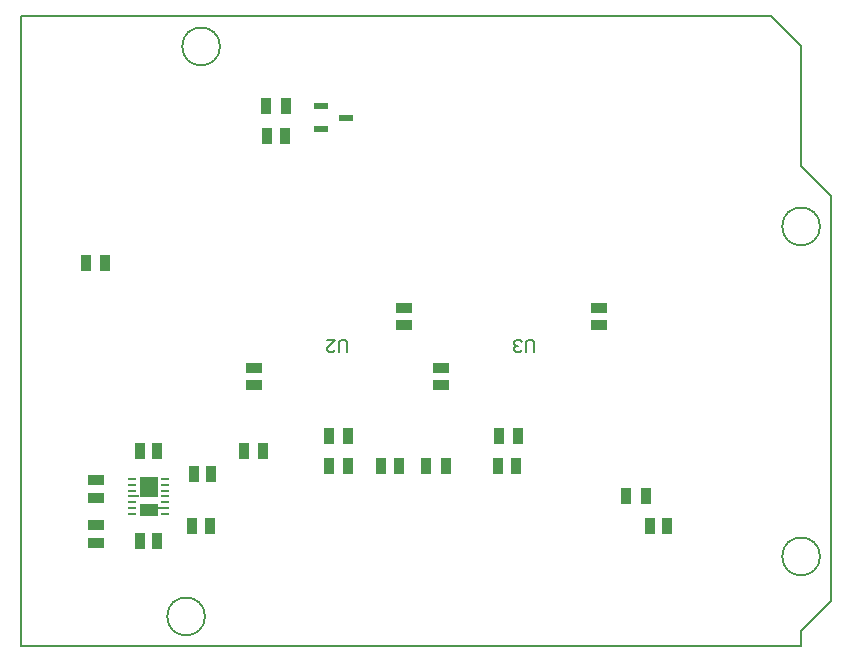
<source format=gtp>
G04*
G04 #@! TF.GenerationSoftware,Altium Limited,Altium Designer,20.0.12 (288)*
G04*
G04 Layer_Color=8421504*
%FSLAX25Y25*%
%MOIN*%
G70*
G01*
G75*
%ADD14C,0.00500*%
%ADD16C,0.00700*%
%ADD17R,0.03347X0.05315*%
%ADD18R,0.05315X0.03740*%
%ADD19R,0.03740X0.05315*%
%ADD20R,0.01181X0.00984*%
%ADD21R,0.01968X0.00984*%
%ADD22R,0.06496X0.04213*%
%ADD23R,0.06496X0.07008*%
%ADD24R,0.02756X0.00984*%
%ADD25R,0.05118X0.02362*%
D14*
X266299Y140000D02*
G03*
X266299Y140000I-6299J0D01*
G01*
X61299Y10000D02*
G03*
X61299Y10000I-6299J0D01*
G01*
X266299Y30000D02*
G03*
X266299Y30000I-6299J0D01*
G01*
X66299Y200000D02*
G03*
X66299Y200000I-6299J0D01*
G01*
X0Y210000D02*
X250000D01*
X0Y0D02*
X260000D01*
X0D02*
Y210000D01*
X250000D02*
X260000Y200000D01*
Y160000D02*
Y200000D01*
Y160000D02*
X270000Y150000D01*
Y15000D02*
Y150000D01*
X260000Y5000D02*
X270000Y15000D01*
X260000Y0D02*
Y5000D01*
D16*
X171000Y98001D02*
Y101334D01*
X170334Y102000D01*
X169001D01*
X168334Y101334D01*
Y98001D01*
X167001Y98668D02*
X166335Y98001D01*
X165002D01*
X164336Y98668D01*
Y99334D01*
X165002Y100001D01*
X165668D01*
X165002D01*
X164336Y100667D01*
Y101334D01*
X165002Y102000D01*
X166335D01*
X167001Y101334D01*
X108500Y98001D02*
Y101334D01*
X107834Y102000D01*
X106501D01*
X105834Y101334D01*
Y98001D01*
X101836Y102000D02*
X104501D01*
X101836Y99334D01*
Y98668D01*
X102502Y98001D01*
X103835D01*
X104501Y98668D01*
D17*
X28129Y127975D02*
D03*
X21633D02*
D03*
X102500Y70000D02*
D03*
X108996D02*
D03*
X74252Y65000D02*
D03*
X80748D02*
D03*
X208248Y50000D02*
D03*
X201752D02*
D03*
X88248Y180000D02*
D03*
X81752D02*
D03*
X165748Y70000D02*
D03*
X159252D02*
D03*
X108996Y60000D02*
D03*
X102500D02*
D03*
X141496D02*
D03*
X135000D02*
D03*
D18*
X127500Y107047D02*
D03*
Y112953D02*
D03*
X140000Y87047D02*
D03*
Y92953D02*
D03*
X192500Y107047D02*
D03*
Y112953D02*
D03*
X25000Y55453D02*
D03*
Y49547D02*
D03*
Y34547D02*
D03*
Y40453D02*
D03*
X77500Y92953D02*
D03*
Y87047D02*
D03*
D19*
X215453Y40000D02*
D03*
X209547D02*
D03*
X39547Y35000D02*
D03*
X45453D02*
D03*
X57500Y57500D02*
D03*
X63406D02*
D03*
X57047Y40000D02*
D03*
X62953D02*
D03*
X87953Y170000D02*
D03*
X82047D02*
D03*
X159095Y60000D02*
D03*
X165000D02*
D03*
X125906D02*
D03*
X120000D02*
D03*
X39547Y65000D02*
D03*
X45453D02*
D03*
D20*
X38681Y50000D02*
D03*
D21*
X46043Y46063D02*
D03*
D22*
X42500Y45394D02*
D03*
D23*
Y53012D02*
D03*
D24*
X48012Y55905D02*
D03*
Y53937D02*
D03*
Y51968D02*
D03*
Y50000D02*
D03*
Y48031D02*
D03*
Y46063D02*
D03*
Y44094D02*
D03*
X36988D02*
D03*
Y46063D02*
D03*
Y48031D02*
D03*
Y50000D02*
D03*
Y51968D02*
D03*
Y53937D02*
D03*
Y55905D02*
D03*
D25*
X100000Y180000D02*
D03*
Y172520D02*
D03*
X108268Y176260D02*
D03*
M02*

</source>
